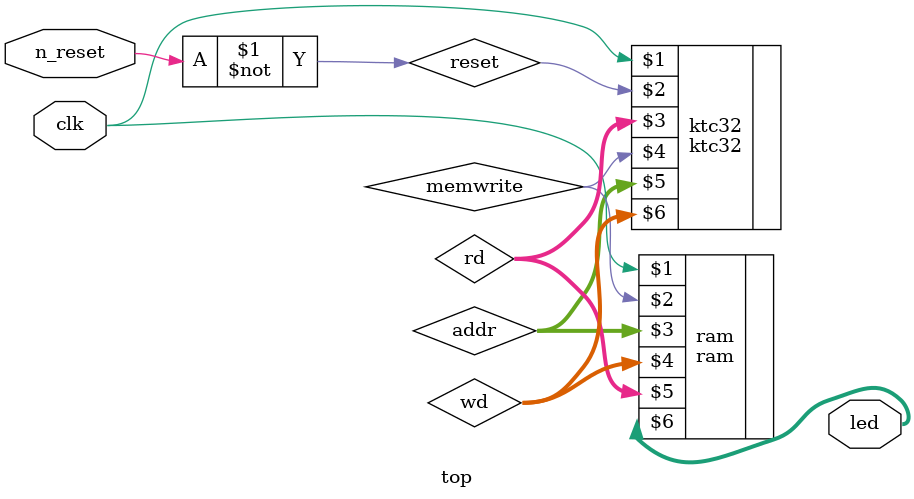
<source format=sv>
module top (
    input logic clk,
    input logic n_reset,
    output logic [3:0] led
);

  logic [31:0] rd;
  logic [31:0] addr;
  logic [31:0] wd;
  logic memwrite;
  logic reset;

  assign reset = ~n_reset;

  ktc32 ktc32 (
      clk,
      reset,
      rd,
      memwrite,
      addr,
      wd
  );

  ram ram (
      clk,
      memwrite,
      addr,
      wd,
      rd,
      led
  );


endmodule

</source>
